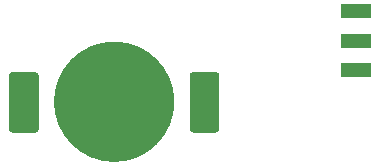
<source format=gbr>
%TF.GenerationSoftware,KiCad,Pcbnew,5.1.10*%
%TF.CreationDate,2021-10-07T15:14:53+02:00*%
%TF.ProjectId,alpaka_svg2shenzhen,616c7061-6b61-45f7-9376-67327368656e,rev?*%
%TF.SameCoordinates,Original*%
%TF.FileFunction,Paste,Bot*%
%TF.FilePolarity,Positive*%
%FSLAX46Y46*%
G04 Gerber Fmt 4.6, Leading zero omitted, Abs format (unit mm)*
G04 Created by KiCad (PCBNEW 5.1.10) date 2021-10-07 15:14:53*
%MOMM*%
%LPD*%
G01*
G04 APERTURE LIST*
%ADD10R,2.500000X1.250000*%
G04 APERTURE END LIST*
%TO.C,BT1*%
G36*
G01*
X82088000Y-69991600D02*
X84088000Y-69991600D01*
G75*
G02*
X84338000Y-70241600I0J-250000D01*
G01*
X84338000Y-74841600D01*
G75*
G02*
X84088000Y-75091600I-250000J0D01*
G01*
X82088000Y-75091600D01*
G75*
G02*
X81838000Y-74841600I0J250000D01*
G01*
X81838000Y-70241600D01*
G75*
G02*
X82088000Y-69991600I250000J0D01*
G01*
G37*
G36*
G01*
X66788000Y-69991600D02*
X68788000Y-69991600D01*
G75*
G02*
X69038000Y-70241600I0J-250000D01*
G01*
X69038000Y-74841600D01*
G75*
G02*
X68788000Y-75091600I-250000J0D01*
G01*
X66788000Y-75091600D01*
G75*
G02*
X66538000Y-74841600I0J250000D01*
G01*
X66538000Y-70241600D01*
G75*
G02*
X66788000Y-69991600I250000J0D01*
G01*
G37*
G36*
G01*
X70338000Y-72491600D02*
X70338000Y-72491600D01*
G75*
G02*
X75438000Y-67391600I5100000J0D01*
G01*
X75438000Y-67391600D01*
G75*
G02*
X80538000Y-72491600I0J-5100000D01*
G01*
X80538000Y-72491600D01*
G75*
G02*
X75438000Y-77591600I-5100000J0D01*
G01*
X75438000Y-77591600D01*
G75*
G02*
X70338000Y-72491600I0J5100000D01*
G01*
G37*
%TD*%
D10*
%TO.C,SW1*%
X95910400Y-64810000D03*
X95910400Y-67310000D03*
X95910400Y-69810000D03*
%TD*%
M02*

</source>
